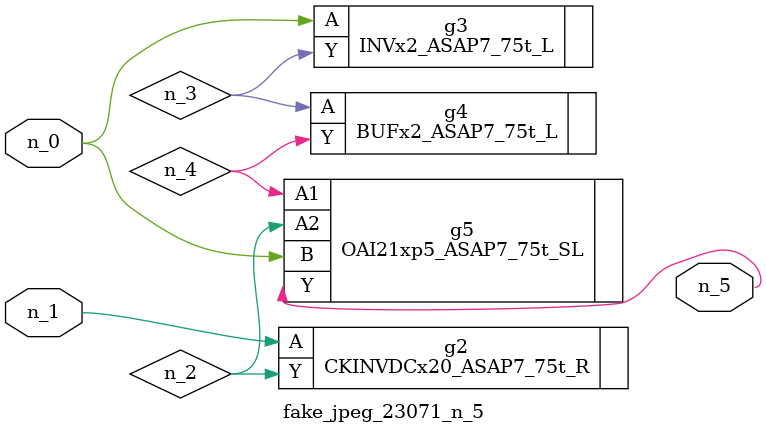
<source format=v>
module fake_jpeg_23071_n_5 (n_0, n_1, n_5);

input n_0;
input n_1;

output n_5;

wire n_2;
wire n_3;
wire n_4;

CKINVDCx20_ASAP7_75t_R g2 ( 
.A(n_1),
.Y(n_2)
);

INVx2_ASAP7_75t_L g3 ( 
.A(n_0),
.Y(n_3)
);

BUFx2_ASAP7_75t_L g4 ( 
.A(n_3),
.Y(n_4)
);

OAI21xp5_ASAP7_75t_SL g5 ( 
.A1(n_4),
.A2(n_2),
.B(n_0),
.Y(n_5)
);


endmodule
</source>
